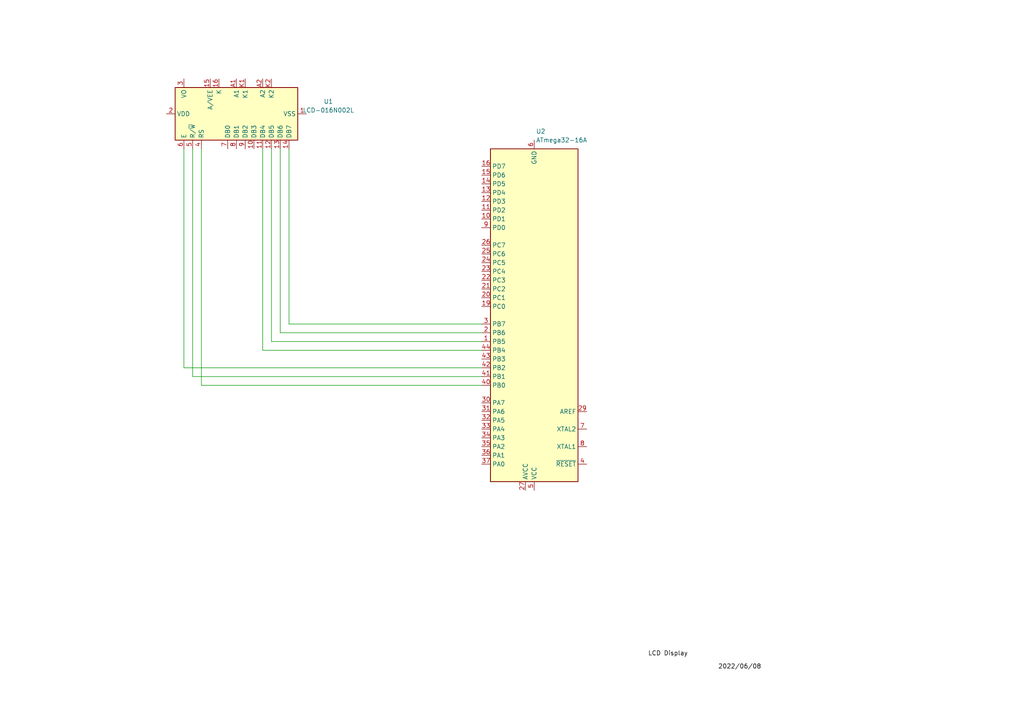
<source format=kicad_sch>
(kicad_sch (version 20211123) (generator eeschema)

  (uuid 86264a13-3602-4428-99c6-2b215767d2a3)

  (paper "A4")

  (lib_symbols
    (symbol "Display_Character:LCD-016N002L" (in_bom yes) (on_board yes)
      (property "Reference" "U" (id 0) (at -6.35 18.796 0)
        (effects (font (size 1.27 1.27)))
      )
      (property "Value" "LCD-016N002L" (id 1) (at 8.636 18.796 0)
        (effects (font (size 1.27 1.27)))
      )
      (property "Footprint" "Display:LCD-016N002L" (id 2) (at 0.508 -23.368 0)
        (effects (font (size 1.27 1.27)) hide)
      )
      (property "Datasheet" "http://www.vishay.com/docs/37299/37299.pdf" (id 3) (at 12.7 -7.62 0)
        (effects (font (size 1.27 1.27)) hide)
      )
      (property "ki_keywords" "display LCD dot-matrix" (id 4) (at 0 0 0)
        (effects (font (size 1.27 1.27)) hide)
      )
      (property "ki_description" "LCD 12x2, 8 bit parallel bus, 3V or 5V VDD" (id 5) (at 0 0 0)
        (effects (font (size 1.27 1.27)) hide)
      )
      (property "ki_fp_filters" "*LCD*016N002L*" (id 6) (at 0 0 0)
        (effects (font (size 1.27 1.27)) hide)
      )
      (symbol "LCD-016N002L_1_1"
        (rectangle (start -7.62 17.78) (end 7.62 -17.78)
          (stroke (width 0.254) (type default) (color 0 0 0 0))
          (fill (type background))
        )
        (pin power_in line (at 0 -20.32 90) (length 2.54)
          (name "VSS" (effects (font (size 1.27 1.27))))
          (number "1" (effects (font (size 1.27 1.27))))
        )
        (pin bidirectional line (at -10.16 -5.08 0) (length 2.54)
          (name "DB3" (effects (font (size 1.27 1.27))))
          (number "10" (effects (font (size 1.27 1.27))))
        )
        (pin bidirectional line (at -10.16 -7.62 0) (length 2.54)
          (name "DB4" (effects (font (size 1.27 1.27))))
          (number "11" (effects (font (size 1.27 1.27))))
        )
        (pin bidirectional line (at -10.16 -10.16 0) (length 2.54)
          (name "DB5" (effects (font (size 1.27 1.27))))
          (number "12" (effects (font (size 1.27 1.27))))
        )
        (pin bidirectional line (at -10.16 -12.7 0) (length 2.54)
          (name "DB6" (effects (font (size 1.27 1.27))))
          (number "13" (effects (font (size 1.27 1.27))))
        )
        (pin bidirectional line (at -10.16 -15.24 0) (length 2.54)
          (name "DB7" (effects (font (size 1.27 1.27))))
          (number "14" (effects (font (size 1.27 1.27))))
        )
        (pin power_in line (at 10.16 7.62 180) (length 2.54)
          (name "A/VEE" (effects (font (size 1.27 1.27))))
          (number "15" (effects (font (size 1.27 1.27))))
        )
        (pin power_in line (at 10.16 5.08 180) (length 2.54)
          (name "K" (effects (font (size 1.27 1.27))))
          (number "16" (effects (font (size 1.27 1.27))))
        )
        (pin power_in line (at 0 20.32 270) (length 2.54)
          (name "VDD" (effects (font (size 1.27 1.27))))
          (number "2" (effects (font (size 1.27 1.27))))
        )
        (pin input line (at 10.16 15.24 180) (length 2.54)
          (name "VO" (effects (font (size 1.27 1.27))))
          (number "3" (effects (font (size 1.27 1.27))))
        )
        (pin input line (at -10.16 10.16 0) (length 2.54)
          (name "RS" (effects (font (size 1.27 1.27))))
          (number "4" (effects (font (size 1.27 1.27))))
        )
        (pin input line (at -10.16 12.7 0) (length 2.54)
          (name "R/~{W}" (effects (font (size 1.27 1.27))))
          (number "5" (effects (font (size 1.27 1.27))))
        )
        (pin input line (at -10.16 15.24 0) (length 2.54)
          (name "E" (effects (font (size 1.27 1.27))))
          (number "6" (effects (font (size 1.27 1.27))))
        )
        (pin bidirectional line (at -10.16 2.54 0) (length 2.54)
          (name "DB0" (effects (font (size 1.27 1.27))))
          (number "7" (effects (font (size 1.27 1.27))))
        )
        (pin bidirectional line (at -10.16 0 0) (length 2.54)
          (name "DB1" (effects (font (size 1.27 1.27))))
          (number "8" (effects (font (size 1.27 1.27))))
        )
        (pin bidirectional line (at -10.16 -2.54 0) (length 2.54)
          (name "DB2" (effects (font (size 1.27 1.27))))
          (number "9" (effects (font (size 1.27 1.27))))
        )
        (pin power_in line (at 10.16 0 180) (length 2.54)
          (name "A1" (effects (font (size 1.27 1.27))))
          (number "A1" (effects (font (size 1.27 1.27))))
        )
        (pin power_in line (at 10.16 -7.62 180) (length 2.54)
          (name "A2" (effects (font (size 1.27 1.27))))
          (number "A2" (effects (font (size 1.27 1.27))))
        )
        (pin power_in line (at 10.16 -2.54 180) (length 2.54)
          (name "K1" (effects (font (size 1.27 1.27))))
          (number "K1" (effects (font (size 1.27 1.27))))
        )
        (pin power_in line (at 10.16 -10.16 180) (length 2.54)
          (name "K2" (effects (font (size 1.27 1.27))))
          (number "K2" (effects (font (size 1.27 1.27))))
        )
      )
    )
    (symbol "MCU_Microchip_ATmega:ATmega32-16A" (in_bom yes) (on_board yes)
      (property "Reference" "U" (id 0) (at -12.7 49.53 0)
        (effects (font (size 1.27 1.27)) (justify left bottom))
      )
      (property "Value" "ATmega32-16A" (id 1) (at 2.54 -49.53 0)
        (effects (font (size 1.27 1.27)) (justify left top))
      )
      (property "Footprint" "Package_QFP:TQFP-44_10x10mm_P0.8mm" (id 2) (at 0 0 0)
        (effects (font (size 1.27 1.27) italic) hide)
      )
      (property "Datasheet" "http://ww1.microchip.com/downloads/en/DeviceDoc/doc2503.pdf" (id 3) (at 0 0 0)
        (effects (font (size 1.27 1.27)) hide)
      )
      (property "ki_keywords" "AVR 8bit Microcontroller MegaAVR" (id 4) (at 0 0 0)
        (effects (font (size 1.27 1.27)) hide)
      )
      (property "ki_description" "16MHz, 32kB Flash, 2kB SRAM, 1kB EEPROM, JTAG, TQFP-44" (id 5) (at 0 0 0)
        (effects (font (size 1.27 1.27)) hide)
      )
      (property "ki_fp_filters" "TQFP*10x10mm*P0.8mm*" (id 6) (at 0 0 0)
        (effects (font (size 1.27 1.27)) hide)
      )
      (symbol "ATmega32-16A_0_1"
        (rectangle (start -12.7 -48.26) (end 12.7 48.26)
          (stroke (width 0.254) (type default) (color 0 0 0 0))
          (fill (type background))
        )
      )
      (symbol "ATmega32-16A_1_1"
        (pin bidirectional line (at 15.24 7.62 180) (length 2.54)
          (name "PB5" (effects (font (size 1.27 1.27))))
          (number "1" (effects (font (size 1.27 1.27))))
        )
        (pin bidirectional line (at 15.24 -27.94 180) (length 2.54)
          (name "PD1" (effects (font (size 1.27 1.27))))
          (number "10" (effects (font (size 1.27 1.27))))
        )
        (pin bidirectional line (at 15.24 -30.48 180) (length 2.54)
          (name "PD2" (effects (font (size 1.27 1.27))))
          (number "11" (effects (font (size 1.27 1.27))))
        )
        (pin bidirectional line (at 15.24 -33.02 180) (length 2.54)
          (name "PD3" (effects (font (size 1.27 1.27))))
          (number "12" (effects (font (size 1.27 1.27))))
        )
        (pin bidirectional line (at 15.24 -35.56 180) (length 2.54)
          (name "PD4" (effects (font (size 1.27 1.27))))
          (number "13" (effects (font (size 1.27 1.27))))
        )
        (pin bidirectional line (at 15.24 -38.1 180) (length 2.54)
          (name "PD5" (effects (font (size 1.27 1.27))))
          (number "14" (effects (font (size 1.27 1.27))))
        )
        (pin bidirectional line (at 15.24 -40.64 180) (length 2.54)
          (name "PD6" (effects (font (size 1.27 1.27))))
          (number "15" (effects (font (size 1.27 1.27))))
        )
        (pin bidirectional line (at 15.24 -43.18 180) (length 2.54)
          (name "PD7" (effects (font (size 1.27 1.27))))
          (number "16" (effects (font (size 1.27 1.27))))
        )
        (pin passive line (at 0 50.8 270) (length 2.54) hide
          (name "VCC" (effects (font (size 1.27 1.27))))
          (number "17" (effects (font (size 1.27 1.27))))
        )
        (pin passive line (at 0 -50.8 90) (length 2.54) hide
          (name "GND" (effects (font (size 1.27 1.27))))
          (number "18" (effects (font (size 1.27 1.27))))
        )
        (pin bidirectional line (at 15.24 -2.54 180) (length 2.54)
          (name "PC0" (effects (font (size 1.27 1.27))))
          (number "19" (effects (font (size 1.27 1.27))))
        )
        (pin bidirectional line (at 15.24 5.08 180) (length 2.54)
          (name "PB6" (effects (font (size 1.27 1.27))))
          (number "2" (effects (font (size 1.27 1.27))))
        )
        (pin bidirectional line (at 15.24 -5.08 180) (length 2.54)
          (name "PC1" (effects (font (size 1.27 1.27))))
          (number "20" (effects (font (size 1.27 1.27))))
        )
        (pin bidirectional line (at 15.24 -7.62 180) (length 2.54)
          (name "PC2" (effects (font (size 1.27 1.27))))
          (number "21" (effects (font (size 1.27 1.27))))
        )
        (pin bidirectional line (at 15.24 -10.16 180) (length 2.54)
          (name "PC3" (effects (font (size 1.27 1.27))))
          (number "22" (effects (font (size 1.27 1.27))))
        )
        (pin bidirectional line (at 15.24 -12.7 180) (length 2.54)
          (name "PC4" (effects (font (size 1.27 1.27))))
          (number "23" (effects (font (size 1.27 1.27))))
        )
        (pin bidirectional line (at 15.24 -15.24 180) (length 2.54)
          (name "PC5" (effects (font (size 1.27 1.27))))
          (number "24" (effects (font (size 1.27 1.27))))
        )
        (pin bidirectional line (at 15.24 -17.78 180) (length 2.54)
          (name "PC6" (effects (font (size 1.27 1.27))))
          (number "25" (effects (font (size 1.27 1.27))))
        )
        (pin bidirectional line (at 15.24 -20.32 180) (length 2.54)
          (name "PC7" (effects (font (size 1.27 1.27))))
          (number "26" (effects (font (size 1.27 1.27))))
        )
        (pin power_in line (at 2.54 50.8 270) (length 2.54)
          (name "AVCC" (effects (font (size 1.27 1.27))))
          (number "27" (effects (font (size 1.27 1.27))))
        )
        (pin passive line (at 0 -50.8 90) (length 2.54) hide
          (name "GND" (effects (font (size 1.27 1.27))))
          (number "28" (effects (font (size 1.27 1.27))))
        )
        (pin passive line (at -15.24 27.94 0) (length 2.54)
          (name "AREF" (effects (font (size 1.27 1.27))))
          (number "29" (effects (font (size 1.27 1.27))))
        )
        (pin bidirectional line (at 15.24 2.54 180) (length 2.54)
          (name "PB7" (effects (font (size 1.27 1.27))))
          (number "3" (effects (font (size 1.27 1.27))))
        )
        (pin bidirectional line (at 15.24 25.4 180) (length 2.54)
          (name "PA7" (effects (font (size 1.27 1.27))))
          (number "30" (effects (font (size 1.27 1.27))))
        )
        (pin bidirectional line (at 15.24 27.94 180) (length 2.54)
          (name "PA6" (effects (font (size 1.27 1.27))))
          (number "31" (effects (font (size 1.27 1.27))))
        )
        (pin bidirectional line (at 15.24 30.48 180) (length 2.54)
          (name "PA5" (effects (font (size 1.27 1.27))))
          (number "32" (effects (font (size 1.27 1.27))))
        )
        (pin bidirectional line (at 15.24 33.02 180) (length 2.54)
          (name "PA4" (effects (font (size 1.27 1.27))))
          (number "33" (effects (font (size 1.27 1.27))))
        )
        (pin bidirectional line (at 15.24 35.56 180) (length 2.54)
          (name "PA3" (effects (font (size 1.27 1.27))))
          (number "34" (effects (font (size 1.27 1.27))))
        )
        (pin bidirectional line (at 15.24 38.1 180) (length 2.54)
          (name "PA2" (effects (font (size 1.27 1.27))))
          (number "35" (effects (font (size 1.27 1.27))))
        )
        (pin bidirectional line (at 15.24 40.64 180) (length 2.54)
          (name "PA1" (effects (font (size 1.27 1.27))))
          (number "36" (effects (font (size 1.27 1.27))))
        )
        (pin bidirectional line (at 15.24 43.18 180) (length 2.54)
          (name "PA0" (effects (font (size 1.27 1.27))))
          (number "37" (effects (font (size 1.27 1.27))))
        )
        (pin passive line (at 0 50.8 270) (length 2.54) hide
          (name "VCC" (effects (font (size 1.27 1.27))))
          (number "38" (effects (font (size 1.27 1.27))))
        )
        (pin passive line (at 0 -50.8 90) (length 2.54) hide
          (name "GND" (effects (font (size 1.27 1.27))))
          (number "39" (effects (font (size 1.27 1.27))))
        )
        (pin input line (at -15.24 43.18 0) (length 2.54)
          (name "~{RESET}" (effects (font (size 1.27 1.27))))
          (number "4" (effects (font (size 1.27 1.27))))
        )
        (pin bidirectional line (at 15.24 20.32 180) (length 2.54)
          (name "PB0" (effects (font (size 1.27 1.27))))
          (number "40" (effects (font (size 1.27 1.27))))
        )
        (pin bidirectional line (at 15.24 17.78 180) (length 2.54)
          (name "PB1" (effects (font (size 1.27 1.27))))
          (number "41" (effects (font (size 1.27 1.27))))
        )
        (pin bidirectional line (at 15.24 15.24 180) (length 2.54)
          (name "PB2" (effects (font (size 1.27 1.27))))
          (number "42" (effects (font (size 1.27 1.27))))
        )
        (pin bidirectional line (at 15.24 12.7 180) (length 2.54)
          (name "PB3" (effects (font (size 1.27 1.27))))
          (number "43" (effects (font (size 1.27 1.27))))
        )
        (pin bidirectional line (at 15.24 10.16 180) (length 2.54)
          (name "PB4" (effects (font (size 1.27 1.27))))
          (number "44" (effects (font (size 1.27 1.27))))
        )
        (pin power_in line (at 0 50.8 270) (length 2.54)
          (name "VCC" (effects (font (size 1.27 1.27))))
          (number "5" (effects (font (size 1.27 1.27))))
        )
        (pin power_in line (at 0 -50.8 90) (length 2.54)
          (name "GND" (effects (font (size 1.27 1.27))))
          (number "6" (effects (font (size 1.27 1.27))))
        )
        (pin output line (at -15.24 33.02 0) (length 2.54)
          (name "XTAL2" (effects (font (size 1.27 1.27))))
          (number "7" (effects (font (size 1.27 1.27))))
        )
        (pin input line (at -15.24 38.1 0) (length 2.54)
          (name "XTAL1" (effects (font (size 1.27 1.27))))
          (number "8" (effects (font (size 1.27 1.27))))
        )
        (pin bidirectional line (at 15.24 -25.4 180) (length 2.54)
          (name "PD0" (effects (font (size 1.27 1.27))))
          (number "9" (effects (font (size 1.27 1.27))))
        )
      )
    )
  )


  (wire (pts (xy 76.2 43.18) (xy 76.2 101.6))
    (stroke (width 0) (type default) (color 0 0 0 0))
    (uuid 11770df4-cb9c-4686-adf6-d88fa7f87c57)
  )
  (wire (pts (xy 76.2 101.6) (xy 139.7 101.6))
    (stroke (width 0) (type default) (color 0 0 0 0))
    (uuid 17f036f1-467c-439b-9c9e-5a75c95f95ea)
  )
  (wire (pts (xy 78.74 43.18) (xy 78.74 99.06))
    (stroke (width 0) (type default) (color 0 0 0 0))
    (uuid 1f792ef4-a785-4ea9-a31a-a7ac5fa6d3ba)
  )
  (wire (pts (xy 58.42 43.18) (xy 58.42 111.76))
    (stroke (width 0) (type default) (color 0 0 0 0))
    (uuid 21363ce0-172d-4623-b090-125feed6a401)
  )
  (wire (pts (xy 53.34 106.68) (xy 139.7 106.68))
    (stroke (width 0) (type default) (color 0 0 0 0))
    (uuid 32dbec5d-8bdb-488a-830e-dd96fac6799a)
  )
  (wire (pts (xy 81.28 96.52) (xy 139.7 96.52))
    (stroke (width 0) (type default) (color 0 0 0 0))
    (uuid 507c93f2-d514-4e15-b93f-ea0cd0d769fd)
  )
  (wire (pts (xy 55.88 109.22) (xy 139.7 109.22))
    (stroke (width 0) (type default) (color 0 0 0 0))
    (uuid 590cfc81-24a0-4c2a-94d0-0760cbf65797)
  )
  (wire (pts (xy 55.88 43.18) (xy 55.88 109.22))
    (stroke (width 0) (type default) (color 0 0 0 0))
    (uuid 6d1efa8a-f731-41a5-87e4-d3ba80410917)
  )
  (wire (pts (xy 58.42 111.76) (xy 139.7 111.76))
    (stroke (width 0) (type default) (color 0 0 0 0))
    (uuid 6d4aec5f-2c52-432f-9c44-5e9ceb92465f)
  )
  (wire (pts (xy 83.82 43.18) (xy 83.82 93.98))
    (stroke (width 0) (type default) (color 0 0 0 0))
    (uuid 7a57de4f-ba83-465a-b1f6-6933fc0a0f9b)
  )
  (wire (pts (xy 83.82 93.98) (xy 139.7 93.98))
    (stroke (width 0) (type default) (color 0 0 0 0))
    (uuid 7bbba636-4af5-4f46-b8d9-8790126f8a13)
  )
  (wire (pts (xy 53.34 43.18) (xy 53.34 106.68))
    (stroke (width 0) (type default) (color 0 0 0 0))
    (uuid ef1154e3-2155-4488-8b46-7b5e7e89c4dd)
  )
  (wire (pts (xy 81.28 43.18) (xy 81.28 96.52))
    (stroke (width 0) (type default) (color 0 0 0 0))
    (uuid fb26bb10-6577-4a81-9f67-31bd2bf62618)
  )
  (wire (pts (xy 78.74 99.06) (xy 139.7 99.06))
    (stroke (width 0) (type default) (color 0 0 0 0))
    (uuid fc2348fe-37ce-4d12-88f1-63a26ba69f9d)
  )

  (label "LCD Display" (at 187.96 190.5 0)
    (effects (font (size 1.27 1.27)) (justify left bottom))
    (uuid 129053da-f2d0-4e05-bcfb-bb0f3214de23)
  )
  (label "2022{slash}06{slash}08" (at 208.28 194.31 0)
    (effects (font (size 1.27 1.27)) (justify left bottom))
    (uuid 1b6f6687-53d0-42fc-a877-21058e5118ed)
  )

  (symbol (lib_id "Display_Character:LCD-016N002L") (at 68.58 33.02 90) (unit 1)
    (in_bom yes) (on_board yes) (fields_autoplaced)
    (uuid 5efaef4d-8657-42fa-a45a-3ad65bd82355)
    (property "Reference" "U1" (id 0) (at 95.25 29.4386 90))
    (property "Value" "LCD-016N002L" (id 1) (at 95.25 31.9786 90))
    (property "Footprint" "Display:LCD-016N002L" (id 2) (at 91.948 32.512 0)
      (effects (font (size 1.27 1.27)) hide)
    )
    (property "Datasheet" "http://www.vishay.com/docs/37299/37299.pdf" (id 3) (at 76.2 20.32 0)
      (effects (font (size 1.27 1.27)) hide)
    )
    (pin "1" (uuid 4b5f855b-fb63-44cc-86a7-09c2fd7f3f52))
    (pin "10" (uuid 5869c9b3-0288-4404-ad13-a8307301c0b4))
    (pin "11" (uuid 297dfdaf-0bb8-4c4b-b4c9-9af849bdbf70))
    (pin "12" (uuid 625d5bc6-7429-44f5-b9c1-e33acf69977e))
    (pin "13" (uuid bf7bcd75-5648-4f6e-a41c-acf9a165a028))
    (pin "14" (uuid 4bd67dc6-bafb-404c-8321-e471a5643b80))
    (pin "15" (uuid fb533e51-989a-4c86-96c7-110f09ca8a79))
    (pin "16" (uuid 18fc83a8-959c-4127-b0ce-6a01b7613153))
    (pin "2" (uuid c97775e4-7efa-4541-9594-34a84d32b3e5))
    (pin "3" (uuid bc9b7fe4-b256-40d5-bd3a-7bb32771d798))
    (pin "4" (uuid 800cec0b-90cb-4a73-9d06-d8bac733ff3a))
    (pin "5" (uuid 7dc7cef5-9026-473b-9cfa-0a37725004e0))
    (pin "6" (uuid 218052c6-d3e3-4c46-ad62-1ebd6fc07139))
    (pin "7" (uuid bb7b73aa-cbc1-4fd5-92cd-fa84f4062548))
    (pin "8" (uuid 007cdca2-65cc-45c6-bd4f-e5778291dacd))
    (pin "9" (uuid afe347fd-5ff3-4a03-81db-510ba95f04a8))
    (pin "A1" (uuid 1ae5fc9c-2287-4e2d-b7f5-ef91e03a13c4))
    (pin "A2" (uuid eec2cf81-388e-4f35-933f-ced15b1a05bc))
    (pin "K1" (uuid 3eccdd02-86cb-40ce-83ba-009061e298b4))
    (pin "K2" (uuid 597d0e03-88d8-4bfb-a533-9fb2cbde802a))
  )

  (symbol (lib_id "MCU_Microchip_ATmega:ATmega32-16A") (at 154.94 91.44 180) (unit 1)
    (in_bom yes) (on_board yes) (fields_autoplaced)
    (uuid da5c2363-f14a-4a21-856a-0ae1f88db329)
    (property "Reference" "U2" (id 0) (at 155.4606 38.1 0)
      (effects (font (size 1.27 1.27)) (justify right))
    )
    (property "Value" "ATmega32-16A" (id 1) (at 155.4606 40.64 0)
      (effects (font (size 1.27 1.27)) (justify right))
    )
    (property "Footprint" "Package_QFP:TQFP-44_10x10mm_P0.8mm" (id 2) (at 154.94 91.44 0)
      (effects (font (size 1.27 1.27) italic) hide)
    )
    (property "Datasheet" "http://ww1.microchip.com/downloads/en/DeviceDoc/doc2503.pdf" (id 3) (at 154.94 91.44 0)
      (effects (font (size 1.27 1.27)) hide)
    )
    (pin "1" (uuid 1938f74f-2798-4bc1-abb5-ef797109b104))
    (pin "10" (uuid 6f6c7889-e464-442d-b4fd-fe3d07735e83))
    (pin "11" (uuid b473dc47-8e03-42b8-b656-98267169f6f7))
    (pin "12" (uuid 9113aff2-65fe-44c9-99cf-a001772471e7))
    (pin "13" (uuid 0bbcba1a-db55-43ad-9f0b-7fb3f7a7512f))
    (pin "14" (uuid 423e94b6-40e6-4f8d-ad54-dd4bbae99ea0))
    (pin "15" (uuid 3b6e3189-2aa0-4666-b961-0ef61684761a))
    (pin "16" (uuid cd87c226-3abc-44e7-a83a-16b6d0d66416))
    (pin "17" (uuid d506a45f-caec-464c-9326-8752556aae94))
    (pin "18" (uuid 2e50086f-6eb4-435b-9117-007e2be74a62))
    (pin "19" (uuid a3592967-eb3d-4c20-a6fe-93983cf1ab71))
    (pin "2" (uuid 93a7e1a9-0a41-499c-9e0c-a9d1de6492fa))
    (pin "20" (uuid 2094a4f1-2f0f-4a50-87c0-ffbeb68b0431))
    (pin "21" (uuid 4b151e97-a793-4cd0-ae25-794e33beb588))
    (pin "22" (uuid 8bea260d-939c-495f-849b-a0d42bc999bd))
    (pin "23" (uuid 8fd88105-ab85-4041-ac6b-1feefe72fbdd))
    (pin "24" (uuid 1f80d4b1-6cc0-4405-9426-5a3845db4229))
    (pin "25" (uuid 01a0696a-0505-48c8-9655-593269a9b00d))
    (pin "26" (uuid 77769fd4-9ea3-4d41-850d-5fe5bd8634ca))
    (pin "27" (uuid 0a81a6ff-ac01-406e-87d5-9fee2403a7ae))
    (pin "28" (uuid a4060f8c-2a71-4091-9f82-ce2def78b850))
    (pin "29" (uuid c6fac2e1-2687-4bfa-bd06-7e0014ce2be5))
    (pin "3" (uuid 613050f0-535d-4346-973f-563671216384))
    (pin "30" (uuid 26d3a8c4-7b64-45e2-98c5-8e2a1d4a2ed3))
    (pin "31" (uuid 8915b6d0-efc9-45df-8d04-f737c6b74497))
    (pin "32" (uuid a527aade-5fd1-4cf5-b6d9-d029fa016bcf))
    (pin "33" (uuid 29bb01bc-575f-466d-878c-dd172977dace))
    (pin "34" (uuid 6290e4bb-2d65-4a46-82c7-ffeb0b2cd9de))
    (pin "35" (uuid 334fa27d-c18c-40c2-9017-ae6929d7b98c))
    (pin "36" (uuid ca10d628-7b2f-4f6c-a12c-1d8aebe4ddb3))
    (pin "37" (uuid 823ba3e0-8b9f-42d9-89b5-8060e4b15463))
    (pin "38" (uuid 2415c85e-a071-495b-80d0-e59d59191c51))
    (pin "39" (uuid e7a0cbe1-5d9b-424b-b8cd-9746afc5f565))
    (pin "4" (uuid 1d9e2696-a3e4-42a3-9f29-b05775f583ec))
    (pin "40" (uuid 967fb03e-0300-459f-83ee-dce46277df61))
    (pin "41" (uuid e4634784-53ef-4e94-8190-5d2348ac7520))
    (pin "42" (uuid 9de2eb4c-6835-4897-a387-c3b616114d35))
    (pin "43" (uuid cf53d025-a035-4a0e-84c0-4dd295b0efa0))
    (pin "44" (uuid 6336eeae-5ad6-4428-8dc7-7c5badd25a97))
    (pin "5" (uuid 0d40e184-419a-49d8-808f-08ccb29f1ecc))
    (pin "6" (uuid 3ace56da-58e4-4df2-8c4a-b7bf26b5192e))
    (pin "7" (uuid a26d4aa6-2d95-4479-932d-615fcabaad08))
    (pin "8" (uuid cd0c2bac-dadb-4327-954c-164176143435))
    (pin "9" (uuid 87436879-6d45-4ad9-8c3b-d04a7b243a57))
  )

  (sheet_instances
    (path "/" (page "1"))
  )

  (symbol_instances
    (path "/5efaef4d-8657-42fa-a45a-3ad65bd82355"
      (reference "U1") (unit 1) (value "LCD-016N002L") (footprint "Display:LCD-016N002L")
    )
    (path "/da5c2363-f14a-4a21-856a-0ae1f88db329"
      (reference "U2") (unit 1) (value "ATmega32-16A") (footprint "Package_QFP:TQFP-44_10x10mm_P0.8mm")
    )
  )
)

</source>
